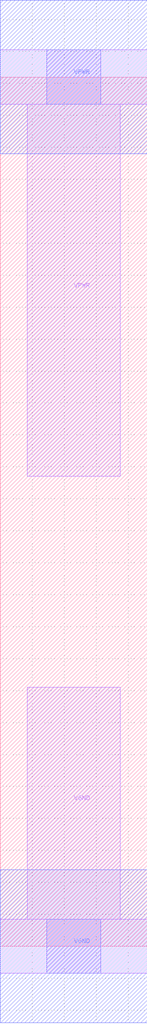
<source format=lef>
# Copyright 2020 The SkyWater PDK Authors
#
# Licensed under the Apache License, Version 2.0 (the "License");
# you may not use this file except in compliance with the License.
# You may obtain a copy of the License at
#
#     https://www.apache.org/licenses/LICENSE-2.0
#
# Unless required by applicable law or agreed to in writing, software
# distributed under the License is distributed on an "AS IS" BASIS,
# WITHOUT WARRANTIES OR CONDITIONS OF ANY KIND, either express or implied.
# See the License for the specific language governing permissions and
# limitations under the License.
#
# SPDX-License-Identifier: Apache-2.0

VERSION 5.7 ;
  NAMESCASESENSITIVE ON ;
  NOWIREEXTENSIONATPIN ON ;
  DIVIDERCHAR "/" ;
  BUSBITCHARS "[]" ;
UNITS
  DATABASE MICRONS 200 ;
END UNITS
PROPERTYDEFINITIONS
  MACRO maskLayoutSubType STRING ;
  MACRO prCellType STRING ;
  MACRO originalViewName STRING ;
END PROPERTYDEFINITIONS
MACRO sky130_fd_sc_hdll__tapvpwrvgnd_1
  CLASS CORE ;
  FOREIGN sky130_fd_sc_hdll__tapvpwrvgnd_1 ;
  ORIGIN  0.000000  0.000000 ;
  SIZE  0.460000 BY  2.720000 ;
  SYMMETRY X Y R90 ;
  SITE unithd ;
  PIN VGND
    ANTENNADIFFAREA  0.089250 ;
    DIRECTION INOUT ;
    USE SIGNAL ;
    PORT
      LAYER li1 ;
        RECT 0.000000 -0.085000 0.460000 0.085000 ;
        RECT 0.085000  0.085000 0.375000 0.810000 ;
      LAYER mcon ;
        RECT 0.145000 -0.085000 0.315000 0.085000 ;
      LAYER met1 ;
        RECT 0.000000 -0.240000 0.460000 0.240000 ;
    END
  END VGND
  PIN VPWR
    ANTENNADIFFAREA  0.148750 ;
    DIRECTION INOUT ;
    USE SIGNAL ;
    PORT
      LAYER li1 ;
        RECT 0.000000 2.635000 0.460000 2.805000 ;
        RECT 0.085000 1.470000 0.375000 2.635000 ;
      LAYER mcon ;
        RECT 0.145000 2.635000 0.315000 2.805000 ;
      LAYER met1 ;
        RECT 0.000000 2.480000 0.460000 2.960000 ;
    END
  END VPWR
  PROPERTY maskLayoutSubType "abstract" ;
  PROPERTY prCellType "standard" ;
  PROPERTY originalViewName "layout" ;
END sky130_fd_sc_hdll__tapvpwrvgnd_1

</source>
